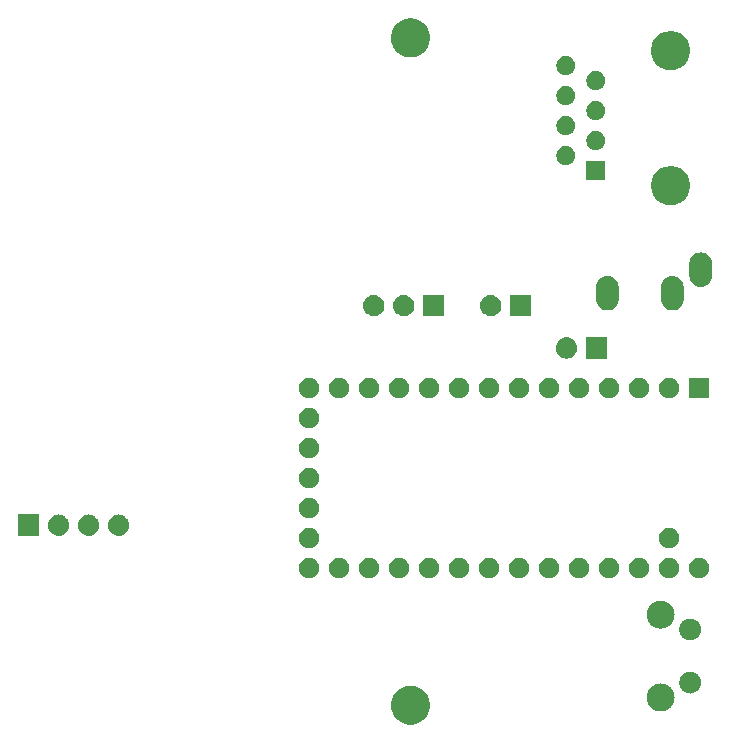
<source format=gbs>
G04 #@! TF.GenerationSoftware,KiCad,Pcbnew,5.0.2+dfsg1-1*
G04 #@! TF.CreationDate,2019-05-10T18:20:53+02:00*
G04 #@! TF.ProjectId,bt-trx-dev-board,62742d74-7278-42d6-9465-762d626f6172,2.0*
G04 #@! TF.SameCoordinates,Original*
G04 #@! TF.FileFunction,Soldermask,Bot*
G04 #@! TF.FilePolarity,Negative*
%FSLAX46Y46*%
G04 Gerber Fmt 4.6, Leading zero omitted, Abs format (unit mm)*
G04 Created by KiCad (PCBNEW 5.0.2+dfsg1-1) date Fri 10 May 2019 06:20:53 PM CEST*
%MOMM*%
%LPD*%
G01*
G04 APERTURE LIST*
%ADD10C,0.100000*%
G04 APERTURE END LIST*
D10*
G04 #@! TO.C,SW1*
X179572000Y-126094000D02*
G75*
G03X179572000Y-126094000I-1143000J0D01*
G01*
X181818000Y-120344000D02*
G75*
G03X181818000Y-120344000I-889000J0D01*
G01*
X181818000Y-124844000D02*
G75*
G03X181818000Y-124844000I-889000J0D01*
G01*
X179572000Y-119094000D02*
G75*
G03X179572000Y-119094000I-1143000J0D01*
G01*
G36*
X157625256Y-125141298D02*
X157731579Y-125162447D01*
X157822143Y-125199960D01*
X157993128Y-125270784D01*
X158032042Y-125286903D01*
X158141858Y-125360280D01*
X158302454Y-125467587D01*
X158532413Y-125697546D01*
X158713098Y-125967960D01*
X158749550Y-126055963D01*
X158812263Y-126207365D01*
X158837553Y-126268422D01*
X158901000Y-126587389D01*
X158901000Y-126912611D01*
X158885996Y-126988040D01*
X158837553Y-127231579D01*
X158749550Y-127444037D01*
X158713098Y-127532040D01*
X158532413Y-127802454D01*
X158302454Y-128032413D01*
X158302451Y-128032415D01*
X158032042Y-128213097D01*
X157731579Y-128337553D01*
X157625256Y-128358702D01*
X157412611Y-128401000D01*
X157087389Y-128401000D01*
X156874744Y-128358702D01*
X156768421Y-128337553D01*
X156467958Y-128213097D01*
X156197549Y-128032415D01*
X156197546Y-128032413D01*
X155967587Y-127802454D01*
X155786902Y-127532040D01*
X155750450Y-127444037D01*
X155662447Y-127231579D01*
X155614004Y-126988040D01*
X155599000Y-126912611D01*
X155599000Y-126587389D01*
X155662447Y-126268422D01*
X155687738Y-126207365D01*
X155750450Y-126055963D01*
X155786902Y-125967960D01*
X155967587Y-125697546D01*
X156197546Y-125467587D01*
X156358142Y-125360280D01*
X156467958Y-125286903D01*
X156506873Y-125270784D01*
X156677857Y-125199960D01*
X156768421Y-125162447D01*
X156874744Y-125141298D01*
X157087389Y-125099000D01*
X157412611Y-125099000D01*
X157625256Y-125141298D01*
X157625256Y-125141298D01*
G37*
G36*
X178764734Y-124987232D02*
X178974202Y-125073996D01*
X179162723Y-125199962D01*
X179323038Y-125360277D01*
X179449004Y-125548798D01*
X179535768Y-125758266D01*
X179580000Y-125980635D01*
X179580000Y-126207365D01*
X179535768Y-126429734D01*
X179449004Y-126639202D01*
X179323038Y-126827723D01*
X179162723Y-126988038D01*
X178974202Y-127114004D01*
X178764734Y-127200768D01*
X178542365Y-127245000D01*
X178315635Y-127245000D01*
X178093266Y-127200768D01*
X177883798Y-127114004D01*
X177695277Y-126988038D01*
X177534962Y-126827723D01*
X177408996Y-126639202D01*
X177322232Y-126429734D01*
X177278000Y-126207365D01*
X177278000Y-125980635D01*
X177322232Y-125758266D01*
X177408996Y-125548798D01*
X177534962Y-125360277D01*
X177695277Y-125199962D01*
X177883798Y-125073996D01*
X178093266Y-124987232D01*
X178315635Y-124943000D01*
X178542365Y-124943000D01*
X178764734Y-124987232D01*
X178764734Y-124987232D01*
G37*
G36*
X181191812Y-123977624D02*
X181355784Y-124045544D01*
X181503354Y-124144147D01*
X181628853Y-124269646D01*
X181727456Y-124417216D01*
X181795376Y-124581188D01*
X181830000Y-124755259D01*
X181830000Y-124932741D01*
X181795376Y-125106812D01*
X181727456Y-125270784D01*
X181628853Y-125418354D01*
X181503354Y-125543853D01*
X181355784Y-125642456D01*
X181191812Y-125710376D01*
X181017741Y-125745000D01*
X180840259Y-125745000D01*
X180666188Y-125710376D01*
X180502216Y-125642456D01*
X180354646Y-125543853D01*
X180229147Y-125418354D01*
X180130544Y-125270784D01*
X180062624Y-125106812D01*
X180028000Y-124932741D01*
X180028000Y-124755259D01*
X180062624Y-124581188D01*
X180130544Y-124417216D01*
X180229147Y-124269646D01*
X180354646Y-124144147D01*
X180502216Y-124045544D01*
X180666188Y-123977624D01*
X180840259Y-123943000D01*
X181017741Y-123943000D01*
X181191812Y-123977624D01*
X181191812Y-123977624D01*
G37*
G36*
X181191812Y-119477624D02*
X181355784Y-119545544D01*
X181503354Y-119644147D01*
X181628853Y-119769646D01*
X181727456Y-119917216D01*
X181795376Y-120081188D01*
X181830000Y-120255259D01*
X181830000Y-120432741D01*
X181795376Y-120606812D01*
X181727456Y-120770784D01*
X181628853Y-120918354D01*
X181503354Y-121043853D01*
X181355784Y-121142456D01*
X181191812Y-121210376D01*
X181017741Y-121245000D01*
X180840259Y-121245000D01*
X180666188Y-121210376D01*
X180502216Y-121142456D01*
X180354646Y-121043853D01*
X180229147Y-120918354D01*
X180130544Y-120770784D01*
X180062624Y-120606812D01*
X180028000Y-120432741D01*
X180028000Y-120255259D01*
X180062624Y-120081188D01*
X180130544Y-119917216D01*
X180229147Y-119769646D01*
X180354646Y-119644147D01*
X180502216Y-119545544D01*
X180666188Y-119477624D01*
X180840259Y-119443000D01*
X181017741Y-119443000D01*
X181191812Y-119477624D01*
X181191812Y-119477624D01*
G37*
G36*
X178764734Y-117987232D02*
X178974202Y-118073996D01*
X179162723Y-118199962D01*
X179323038Y-118360277D01*
X179449004Y-118548798D01*
X179535768Y-118758266D01*
X179580000Y-118980635D01*
X179580000Y-119207365D01*
X179535768Y-119429734D01*
X179449004Y-119639202D01*
X179323038Y-119827723D01*
X179162723Y-119988038D01*
X178974202Y-120114004D01*
X178764734Y-120200768D01*
X178542365Y-120245000D01*
X178315635Y-120245000D01*
X178093266Y-120200768D01*
X177883798Y-120114004D01*
X177695277Y-119988038D01*
X177534962Y-119827723D01*
X177408996Y-119639202D01*
X177322232Y-119429734D01*
X177278000Y-119207365D01*
X177278000Y-118980635D01*
X177322232Y-118758266D01*
X177408996Y-118548798D01*
X177534962Y-118360277D01*
X177695277Y-118199962D01*
X177883798Y-118073996D01*
X178093266Y-117987232D01*
X178315635Y-117943000D01*
X178542365Y-117943000D01*
X178764734Y-117987232D01*
X178764734Y-117987232D01*
G37*
G36*
X179399228Y-114318703D02*
X179554100Y-114382853D01*
X179693481Y-114475985D01*
X179812015Y-114594519D01*
X179905147Y-114733900D01*
X179969297Y-114888772D01*
X180002000Y-115053184D01*
X180002000Y-115220816D01*
X179969297Y-115385228D01*
X179905147Y-115540100D01*
X179812015Y-115679481D01*
X179693481Y-115798015D01*
X179554100Y-115891147D01*
X179399228Y-115955297D01*
X179234816Y-115988000D01*
X179067184Y-115988000D01*
X178902772Y-115955297D01*
X178747900Y-115891147D01*
X178608519Y-115798015D01*
X178489985Y-115679481D01*
X178396853Y-115540100D01*
X178332703Y-115385228D01*
X178300000Y-115220816D01*
X178300000Y-115053184D01*
X178332703Y-114888772D01*
X178396853Y-114733900D01*
X178489985Y-114594519D01*
X178608519Y-114475985D01*
X178747900Y-114382853D01*
X178902772Y-114318703D01*
X179067184Y-114286000D01*
X179234816Y-114286000D01*
X179399228Y-114318703D01*
X179399228Y-114318703D01*
G37*
G36*
X181939228Y-114318703D02*
X182094100Y-114382853D01*
X182233481Y-114475985D01*
X182352015Y-114594519D01*
X182445147Y-114733900D01*
X182509297Y-114888772D01*
X182542000Y-115053184D01*
X182542000Y-115220816D01*
X182509297Y-115385228D01*
X182445147Y-115540100D01*
X182352015Y-115679481D01*
X182233481Y-115798015D01*
X182094100Y-115891147D01*
X181939228Y-115955297D01*
X181774816Y-115988000D01*
X181607184Y-115988000D01*
X181442772Y-115955297D01*
X181287900Y-115891147D01*
X181148519Y-115798015D01*
X181029985Y-115679481D01*
X180936853Y-115540100D01*
X180872703Y-115385228D01*
X180840000Y-115220816D01*
X180840000Y-115053184D01*
X180872703Y-114888772D01*
X180936853Y-114733900D01*
X181029985Y-114594519D01*
X181148519Y-114475985D01*
X181287900Y-114382853D01*
X181442772Y-114318703D01*
X181607184Y-114286000D01*
X181774816Y-114286000D01*
X181939228Y-114318703D01*
X181939228Y-114318703D01*
G37*
G36*
X174319228Y-114318703D02*
X174474100Y-114382853D01*
X174613481Y-114475985D01*
X174732015Y-114594519D01*
X174825147Y-114733900D01*
X174889297Y-114888772D01*
X174922000Y-115053184D01*
X174922000Y-115220816D01*
X174889297Y-115385228D01*
X174825147Y-115540100D01*
X174732015Y-115679481D01*
X174613481Y-115798015D01*
X174474100Y-115891147D01*
X174319228Y-115955297D01*
X174154816Y-115988000D01*
X173987184Y-115988000D01*
X173822772Y-115955297D01*
X173667900Y-115891147D01*
X173528519Y-115798015D01*
X173409985Y-115679481D01*
X173316853Y-115540100D01*
X173252703Y-115385228D01*
X173220000Y-115220816D01*
X173220000Y-115053184D01*
X173252703Y-114888772D01*
X173316853Y-114733900D01*
X173409985Y-114594519D01*
X173528519Y-114475985D01*
X173667900Y-114382853D01*
X173822772Y-114318703D01*
X173987184Y-114286000D01*
X174154816Y-114286000D01*
X174319228Y-114318703D01*
X174319228Y-114318703D01*
G37*
G36*
X171779228Y-114318703D02*
X171934100Y-114382853D01*
X172073481Y-114475985D01*
X172192015Y-114594519D01*
X172285147Y-114733900D01*
X172349297Y-114888772D01*
X172382000Y-115053184D01*
X172382000Y-115220816D01*
X172349297Y-115385228D01*
X172285147Y-115540100D01*
X172192015Y-115679481D01*
X172073481Y-115798015D01*
X171934100Y-115891147D01*
X171779228Y-115955297D01*
X171614816Y-115988000D01*
X171447184Y-115988000D01*
X171282772Y-115955297D01*
X171127900Y-115891147D01*
X170988519Y-115798015D01*
X170869985Y-115679481D01*
X170776853Y-115540100D01*
X170712703Y-115385228D01*
X170680000Y-115220816D01*
X170680000Y-115053184D01*
X170712703Y-114888772D01*
X170776853Y-114733900D01*
X170869985Y-114594519D01*
X170988519Y-114475985D01*
X171127900Y-114382853D01*
X171282772Y-114318703D01*
X171447184Y-114286000D01*
X171614816Y-114286000D01*
X171779228Y-114318703D01*
X171779228Y-114318703D01*
G37*
G36*
X169239228Y-114318703D02*
X169394100Y-114382853D01*
X169533481Y-114475985D01*
X169652015Y-114594519D01*
X169745147Y-114733900D01*
X169809297Y-114888772D01*
X169842000Y-115053184D01*
X169842000Y-115220816D01*
X169809297Y-115385228D01*
X169745147Y-115540100D01*
X169652015Y-115679481D01*
X169533481Y-115798015D01*
X169394100Y-115891147D01*
X169239228Y-115955297D01*
X169074816Y-115988000D01*
X168907184Y-115988000D01*
X168742772Y-115955297D01*
X168587900Y-115891147D01*
X168448519Y-115798015D01*
X168329985Y-115679481D01*
X168236853Y-115540100D01*
X168172703Y-115385228D01*
X168140000Y-115220816D01*
X168140000Y-115053184D01*
X168172703Y-114888772D01*
X168236853Y-114733900D01*
X168329985Y-114594519D01*
X168448519Y-114475985D01*
X168587900Y-114382853D01*
X168742772Y-114318703D01*
X168907184Y-114286000D01*
X169074816Y-114286000D01*
X169239228Y-114318703D01*
X169239228Y-114318703D01*
G37*
G36*
X166699228Y-114318703D02*
X166854100Y-114382853D01*
X166993481Y-114475985D01*
X167112015Y-114594519D01*
X167205147Y-114733900D01*
X167269297Y-114888772D01*
X167302000Y-115053184D01*
X167302000Y-115220816D01*
X167269297Y-115385228D01*
X167205147Y-115540100D01*
X167112015Y-115679481D01*
X166993481Y-115798015D01*
X166854100Y-115891147D01*
X166699228Y-115955297D01*
X166534816Y-115988000D01*
X166367184Y-115988000D01*
X166202772Y-115955297D01*
X166047900Y-115891147D01*
X165908519Y-115798015D01*
X165789985Y-115679481D01*
X165696853Y-115540100D01*
X165632703Y-115385228D01*
X165600000Y-115220816D01*
X165600000Y-115053184D01*
X165632703Y-114888772D01*
X165696853Y-114733900D01*
X165789985Y-114594519D01*
X165908519Y-114475985D01*
X166047900Y-114382853D01*
X166202772Y-114318703D01*
X166367184Y-114286000D01*
X166534816Y-114286000D01*
X166699228Y-114318703D01*
X166699228Y-114318703D01*
G37*
G36*
X164159228Y-114318703D02*
X164314100Y-114382853D01*
X164453481Y-114475985D01*
X164572015Y-114594519D01*
X164665147Y-114733900D01*
X164729297Y-114888772D01*
X164762000Y-115053184D01*
X164762000Y-115220816D01*
X164729297Y-115385228D01*
X164665147Y-115540100D01*
X164572015Y-115679481D01*
X164453481Y-115798015D01*
X164314100Y-115891147D01*
X164159228Y-115955297D01*
X163994816Y-115988000D01*
X163827184Y-115988000D01*
X163662772Y-115955297D01*
X163507900Y-115891147D01*
X163368519Y-115798015D01*
X163249985Y-115679481D01*
X163156853Y-115540100D01*
X163092703Y-115385228D01*
X163060000Y-115220816D01*
X163060000Y-115053184D01*
X163092703Y-114888772D01*
X163156853Y-114733900D01*
X163249985Y-114594519D01*
X163368519Y-114475985D01*
X163507900Y-114382853D01*
X163662772Y-114318703D01*
X163827184Y-114286000D01*
X163994816Y-114286000D01*
X164159228Y-114318703D01*
X164159228Y-114318703D01*
G37*
G36*
X159079228Y-114318703D02*
X159234100Y-114382853D01*
X159373481Y-114475985D01*
X159492015Y-114594519D01*
X159585147Y-114733900D01*
X159649297Y-114888772D01*
X159682000Y-115053184D01*
X159682000Y-115220816D01*
X159649297Y-115385228D01*
X159585147Y-115540100D01*
X159492015Y-115679481D01*
X159373481Y-115798015D01*
X159234100Y-115891147D01*
X159079228Y-115955297D01*
X158914816Y-115988000D01*
X158747184Y-115988000D01*
X158582772Y-115955297D01*
X158427900Y-115891147D01*
X158288519Y-115798015D01*
X158169985Y-115679481D01*
X158076853Y-115540100D01*
X158012703Y-115385228D01*
X157980000Y-115220816D01*
X157980000Y-115053184D01*
X158012703Y-114888772D01*
X158076853Y-114733900D01*
X158169985Y-114594519D01*
X158288519Y-114475985D01*
X158427900Y-114382853D01*
X158582772Y-114318703D01*
X158747184Y-114286000D01*
X158914816Y-114286000D01*
X159079228Y-114318703D01*
X159079228Y-114318703D01*
G37*
G36*
X153999228Y-114318703D02*
X154154100Y-114382853D01*
X154293481Y-114475985D01*
X154412015Y-114594519D01*
X154505147Y-114733900D01*
X154569297Y-114888772D01*
X154602000Y-115053184D01*
X154602000Y-115220816D01*
X154569297Y-115385228D01*
X154505147Y-115540100D01*
X154412015Y-115679481D01*
X154293481Y-115798015D01*
X154154100Y-115891147D01*
X153999228Y-115955297D01*
X153834816Y-115988000D01*
X153667184Y-115988000D01*
X153502772Y-115955297D01*
X153347900Y-115891147D01*
X153208519Y-115798015D01*
X153089985Y-115679481D01*
X152996853Y-115540100D01*
X152932703Y-115385228D01*
X152900000Y-115220816D01*
X152900000Y-115053184D01*
X152932703Y-114888772D01*
X152996853Y-114733900D01*
X153089985Y-114594519D01*
X153208519Y-114475985D01*
X153347900Y-114382853D01*
X153502772Y-114318703D01*
X153667184Y-114286000D01*
X153834816Y-114286000D01*
X153999228Y-114318703D01*
X153999228Y-114318703D01*
G37*
G36*
X151459228Y-114318703D02*
X151614100Y-114382853D01*
X151753481Y-114475985D01*
X151872015Y-114594519D01*
X151965147Y-114733900D01*
X152029297Y-114888772D01*
X152062000Y-115053184D01*
X152062000Y-115220816D01*
X152029297Y-115385228D01*
X151965147Y-115540100D01*
X151872015Y-115679481D01*
X151753481Y-115798015D01*
X151614100Y-115891147D01*
X151459228Y-115955297D01*
X151294816Y-115988000D01*
X151127184Y-115988000D01*
X150962772Y-115955297D01*
X150807900Y-115891147D01*
X150668519Y-115798015D01*
X150549985Y-115679481D01*
X150456853Y-115540100D01*
X150392703Y-115385228D01*
X150360000Y-115220816D01*
X150360000Y-115053184D01*
X150392703Y-114888772D01*
X150456853Y-114733900D01*
X150549985Y-114594519D01*
X150668519Y-114475985D01*
X150807900Y-114382853D01*
X150962772Y-114318703D01*
X151127184Y-114286000D01*
X151294816Y-114286000D01*
X151459228Y-114318703D01*
X151459228Y-114318703D01*
G37*
G36*
X148919228Y-114318703D02*
X149074100Y-114382853D01*
X149213481Y-114475985D01*
X149332015Y-114594519D01*
X149425147Y-114733900D01*
X149489297Y-114888772D01*
X149522000Y-115053184D01*
X149522000Y-115220816D01*
X149489297Y-115385228D01*
X149425147Y-115540100D01*
X149332015Y-115679481D01*
X149213481Y-115798015D01*
X149074100Y-115891147D01*
X148919228Y-115955297D01*
X148754816Y-115988000D01*
X148587184Y-115988000D01*
X148422772Y-115955297D01*
X148267900Y-115891147D01*
X148128519Y-115798015D01*
X148009985Y-115679481D01*
X147916853Y-115540100D01*
X147852703Y-115385228D01*
X147820000Y-115220816D01*
X147820000Y-115053184D01*
X147852703Y-114888772D01*
X147916853Y-114733900D01*
X148009985Y-114594519D01*
X148128519Y-114475985D01*
X148267900Y-114382853D01*
X148422772Y-114318703D01*
X148587184Y-114286000D01*
X148754816Y-114286000D01*
X148919228Y-114318703D01*
X148919228Y-114318703D01*
G37*
G36*
X176859228Y-114318703D02*
X177014100Y-114382853D01*
X177153481Y-114475985D01*
X177272015Y-114594519D01*
X177365147Y-114733900D01*
X177429297Y-114888772D01*
X177462000Y-115053184D01*
X177462000Y-115220816D01*
X177429297Y-115385228D01*
X177365147Y-115540100D01*
X177272015Y-115679481D01*
X177153481Y-115798015D01*
X177014100Y-115891147D01*
X176859228Y-115955297D01*
X176694816Y-115988000D01*
X176527184Y-115988000D01*
X176362772Y-115955297D01*
X176207900Y-115891147D01*
X176068519Y-115798015D01*
X175949985Y-115679481D01*
X175856853Y-115540100D01*
X175792703Y-115385228D01*
X175760000Y-115220816D01*
X175760000Y-115053184D01*
X175792703Y-114888772D01*
X175856853Y-114733900D01*
X175949985Y-114594519D01*
X176068519Y-114475985D01*
X176207900Y-114382853D01*
X176362772Y-114318703D01*
X176527184Y-114286000D01*
X176694816Y-114286000D01*
X176859228Y-114318703D01*
X176859228Y-114318703D01*
G37*
G36*
X156539228Y-114318703D02*
X156694100Y-114382853D01*
X156833481Y-114475985D01*
X156952015Y-114594519D01*
X157045147Y-114733900D01*
X157109297Y-114888772D01*
X157142000Y-115053184D01*
X157142000Y-115220816D01*
X157109297Y-115385228D01*
X157045147Y-115540100D01*
X156952015Y-115679481D01*
X156833481Y-115798015D01*
X156694100Y-115891147D01*
X156539228Y-115955297D01*
X156374816Y-115988000D01*
X156207184Y-115988000D01*
X156042772Y-115955297D01*
X155887900Y-115891147D01*
X155748519Y-115798015D01*
X155629985Y-115679481D01*
X155536853Y-115540100D01*
X155472703Y-115385228D01*
X155440000Y-115220816D01*
X155440000Y-115053184D01*
X155472703Y-114888772D01*
X155536853Y-114733900D01*
X155629985Y-114594519D01*
X155748519Y-114475985D01*
X155887900Y-114382853D01*
X156042772Y-114318703D01*
X156207184Y-114286000D01*
X156374816Y-114286000D01*
X156539228Y-114318703D01*
X156539228Y-114318703D01*
G37*
G36*
X161619228Y-114318703D02*
X161774100Y-114382853D01*
X161913481Y-114475985D01*
X162032015Y-114594519D01*
X162125147Y-114733900D01*
X162189297Y-114888772D01*
X162222000Y-115053184D01*
X162222000Y-115220816D01*
X162189297Y-115385228D01*
X162125147Y-115540100D01*
X162032015Y-115679481D01*
X161913481Y-115798015D01*
X161774100Y-115891147D01*
X161619228Y-115955297D01*
X161454816Y-115988000D01*
X161287184Y-115988000D01*
X161122772Y-115955297D01*
X160967900Y-115891147D01*
X160828519Y-115798015D01*
X160709985Y-115679481D01*
X160616853Y-115540100D01*
X160552703Y-115385228D01*
X160520000Y-115220816D01*
X160520000Y-115053184D01*
X160552703Y-114888772D01*
X160616853Y-114733900D01*
X160709985Y-114594519D01*
X160828519Y-114475985D01*
X160967900Y-114382853D01*
X161122772Y-114318703D01*
X161287184Y-114286000D01*
X161454816Y-114286000D01*
X161619228Y-114318703D01*
X161619228Y-114318703D01*
G37*
G36*
X148919228Y-111778703D02*
X149074100Y-111842853D01*
X149213481Y-111935985D01*
X149332015Y-112054519D01*
X149425147Y-112193900D01*
X149489297Y-112348772D01*
X149522000Y-112513184D01*
X149522000Y-112680816D01*
X149489297Y-112845228D01*
X149425147Y-113000100D01*
X149332015Y-113139481D01*
X149213481Y-113258015D01*
X149074100Y-113351147D01*
X148919228Y-113415297D01*
X148754816Y-113448000D01*
X148587184Y-113448000D01*
X148422772Y-113415297D01*
X148267900Y-113351147D01*
X148128519Y-113258015D01*
X148009985Y-113139481D01*
X147916853Y-113000100D01*
X147852703Y-112845228D01*
X147820000Y-112680816D01*
X147820000Y-112513184D01*
X147852703Y-112348772D01*
X147916853Y-112193900D01*
X148009985Y-112054519D01*
X148128519Y-111935985D01*
X148267900Y-111842853D01*
X148422772Y-111778703D01*
X148587184Y-111746000D01*
X148754816Y-111746000D01*
X148919228Y-111778703D01*
X148919228Y-111778703D01*
G37*
G36*
X179399228Y-111778703D02*
X179554100Y-111842853D01*
X179693481Y-111935985D01*
X179812015Y-112054519D01*
X179905147Y-112193900D01*
X179969297Y-112348772D01*
X180002000Y-112513184D01*
X180002000Y-112680816D01*
X179969297Y-112845228D01*
X179905147Y-113000100D01*
X179812015Y-113139481D01*
X179693481Y-113258015D01*
X179554100Y-113351147D01*
X179399228Y-113415297D01*
X179234816Y-113448000D01*
X179067184Y-113448000D01*
X178902772Y-113415297D01*
X178747900Y-113351147D01*
X178608519Y-113258015D01*
X178489985Y-113139481D01*
X178396853Y-113000100D01*
X178332703Y-112845228D01*
X178300000Y-112680816D01*
X178300000Y-112513184D01*
X178332703Y-112348772D01*
X178396853Y-112193900D01*
X178489985Y-112054519D01*
X178608519Y-111935985D01*
X178747900Y-111842853D01*
X178902772Y-111778703D01*
X179067184Y-111746000D01*
X179234816Y-111746000D01*
X179399228Y-111778703D01*
X179399228Y-111778703D01*
G37*
G36*
X130110443Y-110605519D02*
X130176627Y-110612037D01*
X130289853Y-110646384D01*
X130346467Y-110663557D01*
X130448347Y-110718014D01*
X130502991Y-110747222D01*
X130538729Y-110776552D01*
X130640186Y-110859814D01*
X130723448Y-110961271D01*
X130752778Y-110997009D01*
X130752779Y-110997011D01*
X130836443Y-111153533D01*
X130836443Y-111153534D01*
X130887963Y-111323373D01*
X130905359Y-111500000D01*
X130887963Y-111676627D01*
X130866919Y-111746000D01*
X130836443Y-111846467D01*
X130788594Y-111935985D01*
X130752778Y-112002991D01*
X130723448Y-112038729D01*
X130640186Y-112140186D01*
X130574734Y-112193900D01*
X130502991Y-112252778D01*
X130502989Y-112252779D01*
X130346467Y-112336443D01*
X130305823Y-112348772D01*
X130176627Y-112387963D01*
X130110443Y-112394481D01*
X130044260Y-112401000D01*
X129955740Y-112401000D01*
X129889557Y-112394481D01*
X129823373Y-112387963D01*
X129694177Y-112348772D01*
X129653533Y-112336443D01*
X129497011Y-112252779D01*
X129497009Y-112252778D01*
X129425266Y-112193900D01*
X129359814Y-112140186D01*
X129276552Y-112038729D01*
X129247222Y-112002991D01*
X129211406Y-111935985D01*
X129163557Y-111846467D01*
X129133081Y-111746000D01*
X129112037Y-111676627D01*
X129094641Y-111500000D01*
X129112037Y-111323373D01*
X129163557Y-111153534D01*
X129163557Y-111153533D01*
X129247221Y-110997011D01*
X129247222Y-110997009D01*
X129276552Y-110961271D01*
X129359814Y-110859814D01*
X129461271Y-110776552D01*
X129497009Y-110747222D01*
X129551653Y-110718014D01*
X129653533Y-110663557D01*
X129710147Y-110646384D01*
X129823373Y-110612037D01*
X129889557Y-110605519D01*
X129955740Y-110599000D01*
X130044260Y-110599000D01*
X130110443Y-110605519D01*
X130110443Y-110605519D01*
G37*
G36*
X127570443Y-110605519D02*
X127636627Y-110612037D01*
X127749853Y-110646384D01*
X127806467Y-110663557D01*
X127908347Y-110718014D01*
X127962991Y-110747222D01*
X127998729Y-110776552D01*
X128100186Y-110859814D01*
X128183448Y-110961271D01*
X128212778Y-110997009D01*
X128212779Y-110997011D01*
X128296443Y-111153533D01*
X128296443Y-111153534D01*
X128347963Y-111323373D01*
X128365359Y-111500000D01*
X128347963Y-111676627D01*
X128326919Y-111746000D01*
X128296443Y-111846467D01*
X128248594Y-111935985D01*
X128212778Y-112002991D01*
X128183448Y-112038729D01*
X128100186Y-112140186D01*
X128034734Y-112193900D01*
X127962991Y-112252778D01*
X127962989Y-112252779D01*
X127806467Y-112336443D01*
X127765823Y-112348772D01*
X127636627Y-112387963D01*
X127570443Y-112394481D01*
X127504260Y-112401000D01*
X127415740Y-112401000D01*
X127349557Y-112394481D01*
X127283373Y-112387963D01*
X127154177Y-112348772D01*
X127113533Y-112336443D01*
X126957011Y-112252779D01*
X126957009Y-112252778D01*
X126885266Y-112193900D01*
X126819814Y-112140186D01*
X126736552Y-112038729D01*
X126707222Y-112002991D01*
X126671406Y-111935985D01*
X126623557Y-111846467D01*
X126593081Y-111746000D01*
X126572037Y-111676627D01*
X126554641Y-111500000D01*
X126572037Y-111323373D01*
X126623557Y-111153534D01*
X126623557Y-111153533D01*
X126707221Y-110997011D01*
X126707222Y-110997009D01*
X126736552Y-110961271D01*
X126819814Y-110859814D01*
X126921271Y-110776552D01*
X126957009Y-110747222D01*
X127011653Y-110718014D01*
X127113533Y-110663557D01*
X127170147Y-110646384D01*
X127283373Y-110612037D01*
X127349557Y-110605519D01*
X127415740Y-110599000D01*
X127504260Y-110599000D01*
X127570443Y-110605519D01*
X127570443Y-110605519D01*
G37*
G36*
X132650443Y-110605519D02*
X132716627Y-110612037D01*
X132829853Y-110646384D01*
X132886467Y-110663557D01*
X132988347Y-110718014D01*
X133042991Y-110747222D01*
X133078729Y-110776552D01*
X133180186Y-110859814D01*
X133263448Y-110961271D01*
X133292778Y-110997009D01*
X133292779Y-110997011D01*
X133376443Y-111153533D01*
X133376443Y-111153534D01*
X133427963Y-111323373D01*
X133445359Y-111500000D01*
X133427963Y-111676627D01*
X133406919Y-111746000D01*
X133376443Y-111846467D01*
X133328594Y-111935985D01*
X133292778Y-112002991D01*
X133263448Y-112038729D01*
X133180186Y-112140186D01*
X133114734Y-112193900D01*
X133042991Y-112252778D01*
X133042989Y-112252779D01*
X132886467Y-112336443D01*
X132845823Y-112348772D01*
X132716627Y-112387963D01*
X132650443Y-112394481D01*
X132584260Y-112401000D01*
X132495740Y-112401000D01*
X132429557Y-112394481D01*
X132363373Y-112387963D01*
X132234177Y-112348772D01*
X132193533Y-112336443D01*
X132037011Y-112252779D01*
X132037009Y-112252778D01*
X131965266Y-112193900D01*
X131899814Y-112140186D01*
X131816552Y-112038729D01*
X131787222Y-112002991D01*
X131751406Y-111935985D01*
X131703557Y-111846467D01*
X131673081Y-111746000D01*
X131652037Y-111676627D01*
X131634641Y-111500000D01*
X131652037Y-111323373D01*
X131703557Y-111153534D01*
X131703557Y-111153533D01*
X131787221Y-110997011D01*
X131787222Y-110997009D01*
X131816552Y-110961271D01*
X131899814Y-110859814D01*
X132001271Y-110776552D01*
X132037009Y-110747222D01*
X132091653Y-110718014D01*
X132193533Y-110663557D01*
X132250147Y-110646384D01*
X132363373Y-110612037D01*
X132429557Y-110605519D01*
X132495740Y-110599000D01*
X132584260Y-110599000D01*
X132650443Y-110605519D01*
X132650443Y-110605519D01*
G37*
G36*
X125821000Y-112401000D02*
X124019000Y-112401000D01*
X124019000Y-110599000D01*
X125821000Y-110599000D01*
X125821000Y-112401000D01*
X125821000Y-112401000D01*
G37*
G36*
X148919228Y-109238703D02*
X149074100Y-109302853D01*
X149213481Y-109395985D01*
X149332015Y-109514519D01*
X149425147Y-109653900D01*
X149489297Y-109808772D01*
X149522000Y-109973184D01*
X149522000Y-110140816D01*
X149489297Y-110305228D01*
X149425147Y-110460100D01*
X149332015Y-110599481D01*
X149213481Y-110718015D01*
X149074100Y-110811147D01*
X148919228Y-110875297D01*
X148754816Y-110908000D01*
X148587184Y-110908000D01*
X148422772Y-110875297D01*
X148267900Y-110811147D01*
X148128519Y-110718015D01*
X148009985Y-110599481D01*
X147916853Y-110460100D01*
X147852703Y-110305228D01*
X147820000Y-110140816D01*
X147820000Y-109973184D01*
X147852703Y-109808772D01*
X147916853Y-109653900D01*
X148009985Y-109514519D01*
X148128519Y-109395985D01*
X148267900Y-109302853D01*
X148422772Y-109238703D01*
X148587184Y-109206000D01*
X148754816Y-109206000D01*
X148919228Y-109238703D01*
X148919228Y-109238703D01*
G37*
G36*
X148919228Y-106698703D02*
X149074100Y-106762853D01*
X149213481Y-106855985D01*
X149332015Y-106974519D01*
X149425147Y-107113900D01*
X149489297Y-107268772D01*
X149522000Y-107433184D01*
X149522000Y-107600816D01*
X149489297Y-107765228D01*
X149425147Y-107920100D01*
X149332015Y-108059481D01*
X149213481Y-108178015D01*
X149074100Y-108271147D01*
X148919228Y-108335297D01*
X148754816Y-108368000D01*
X148587184Y-108368000D01*
X148422772Y-108335297D01*
X148267900Y-108271147D01*
X148128519Y-108178015D01*
X148009985Y-108059481D01*
X147916853Y-107920100D01*
X147852703Y-107765228D01*
X147820000Y-107600816D01*
X147820000Y-107433184D01*
X147852703Y-107268772D01*
X147916853Y-107113900D01*
X148009985Y-106974519D01*
X148128519Y-106855985D01*
X148267900Y-106762853D01*
X148422772Y-106698703D01*
X148587184Y-106666000D01*
X148754816Y-106666000D01*
X148919228Y-106698703D01*
X148919228Y-106698703D01*
G37*
G36*
X148919228Y-104158703D02*
X149074100Y-104222853D01*
X149213481Y-104315985D01*
X149332015Y-104434519D01*
X149425147Y-104573900D01*
X149489297Y-104728772D01*
X149522000Y-104893184D01*
X149522000Y-105060816D01*
X149489297Y-105225228D01*
X149425147Y-105380100D01*
X149332015Y-105519481D01*
X149213481Y-105638015D01*
X149074100Y-105731147D01*
X148919228Y-105795297D01*
X148754816Y-105828000D01*
X148587184Y-105828000D01*
X148422772Y-105795297D01*
X148267900Y-105731147D01*
X148128519Y-105638015D01*
X148009985Y-105519481D01*
X147916853Y-105380100D01*
X147852703Y-105225228D01*
X147820000Y-105060816D01*
X147820000Y-104893184D01*
X147852703Y-104728772D01*
X147916853Y-104573900D01*
X148009985Y-104434519D01*
X148128519Y-104315985D01*
X148267900Y-104222853D01*
X148422772Y-104158703D01*
X148587184Y-104126000D01*
X148754816Y-104126000D01*
X148919228Y-104158703D01*
X148919228Y-104158703D01*
G37*
G36*
X148919228Y-101618703D02*
X149074100Y-101682853D01*
X149213481Y-101775985D01*
X149332015Y-101894519D01*
X149425147Y-102033900D01*
X149489297Y-102188772D01*
X149522000Y-102353184D01*
X149522000Y-102520816D01*
X149489297Y-102685228D01*
X149425147Y-102840100D01*
X149332015Y-102979481D01*
X149213481Y-103098015D01*
X149074100Y-103191147D01*
X148919228Y-103255297D01*
X148754816Y-103288000D01*
X148587184Y-103288000D01*
X148422772Y-103255297D01*
X148267900Y-103191147D01*
X148128519Y-103098015D01*
X148009985Y-102979481D01*
X147916853Y-102840100D01*
X147852703Y-102685228D01*
X147820000Y-102520816D01*
X147820000Y-102353184D01*
X147852703Y-102188772D01*
X147916853Y-102033900D01*
X148009985Y-101894519D01*
X148128519Y-101775985D01*
X148267900Y-101682853D01*
X148422772Y-101618703D01*
X148587184Y-101586000D01*
X148754816Y-101586000D01*
X148919228Y-101618703D01*
X148919228Y-101618703D01*
G37*
G36*
X153999228Y-99078703D02*
X154154100Y-99142853D01*
X154293481Y-99235985D01*
X154412015Y-99354519D01*
X154505147Y-99493900D01*
X154569297Y-99648772D01*
X154602000Y-99813184D01*
X154602000Y-99980816D01*
X154569297Y-100145228D01*
X154505147Y-100300100D01*
X154412015Y-100439481D01*
X154293481Y-100558015D01*
X154154100Y-100651147D01*
X153999228Y-100715297D01*
X153834816Y-100748000D01*
X153667184Y-100748000D01*
X153502772Y-100715297D01*
X153347900Y-100651147D01*
X153208519Y-100558015D01*
X153089985Y-100439481D01*
X152996853Y-100300100D01*
X152932703Y-100145228D01*
X152900000Y-99980816D01*
X152900000Y-99813184D01*
X152932703Y-99648772D01*
X152996853Y-99493900D01*
X153089985Y-99354519D01*
X153208519Y-99235985D01*
X153347900Y-99142853D01*
X153502772Y-99078703D01*
X153667184Y-99046000D01*
X153834816Y-99046000D01*
X153999228Y-99078703D01*
X153999228Y-99078703D01*
G37*
G36*
X156539228Y-99078703D02*
X156694100Y-99142853D01*
X156833481Y-99235985D01*
X156952015Y-99354519D01*
X157045147Y-99493900D01*
X157109297Y-99648772D01*
X157142000Y-99813184D01*
X157142000Y-99980816D01*
X157109297Y-100145228D01*
X157045147Y-100300100D01*
X156952015Y-100439481D01*
X156833481Y-100558015D01*
X156694100Y-100651147D01*
X156539228Y-100715297D01*
X156374816Y-100748000D01*
X156207184Y-100748000D01*
X156042772Y-100715297D01*
X155887900Y-100651147D01*
X155748519Y-100558015D01*
X155629985Y-100439481D01*
X155536853Y-100300100D01*
X155472703Y-100145228D01*
X155440000Y-99980816D01*
X155440000Y-99813184D01*
X155472703Y-99648772D01*
X155536853Y-99493900D01*
X155629985Y-99354519D01*
X155748519Y-99235985D01*
X155887900Y-99142853D01*
X156042772Y-99078703D01*
X156207184Y-99046000D01*
X156374816Y-99046000D01*
X156539228Y-99078703D01*
X156539228Y-99078703D01*
G37*
G36*
X159079228Y-99078703D02*
X159234100Y-99142853D01*
X159373481Y-99235985D01*
X159492015Y-99354519D01*
X159585147Y-99493900D01*
X159649297Y-99648772D01*
X159682000Y-99813184D01*
X159682000Y-99980816D01*
X159649297Y-100145228D01*
X159585147Y-100300100D01*
X159492015Y-100439481D01*
X159373481Y-100558015D01*
X159234100Y-100651147D01*
X159079228Y-100715297D01*
X158914816Y-100748000D01*
X158747184Y-100748000D01*
X158582772Y-100715297D01*
X158427900Y-100651147D01*
X158288519Y-100558015D01*
X158169985Y-100439481D01*
X158076853Y-100300100D01*
X158012703Y-100145228D01*
X157980000Y-99980816D01*
X157980000Y-99813184D01*
X158012703Y-99648772D01*
X158076853Y-99493900D01*
X158169985Y-99354519D01*
X158288519Y-99235985D01*
X158427900Y-99142853D01*
X158582772Y-99078703D01*
X158747184Y-99046000D01*
X158914816Y-99046000D01*
X159079228Y-99078703D01*
X159079228Y-99078703D01*
G37*
G36*
X151459228Y-99078703D02*
X151614100Y-99142853D01*
X151753481Y-99235985D01*
X151872015Y-99354519D01*
X151965147Y-99493900D01*
X152029297Y-99648772D01*
X152062000Y-99813184D01*
X152062000Y-99980816D01*
X152029297Y-100145228D01*
X151965147Y-100300100D01*
X151872015Y-100439481D01*
X151753481Y-100558015D01*
X151614100Y-100651147D01*
X151459228Y-100715297D01*
X151294816Y-100748000D01*
X151127184Y-100748000D01*
X150962772Y-100715297D01*
X150807900Y-100651147D01*
X150668519Y-100558015D01*
X150549985Y-100439481D01*
X150456853Y-100300100D01*
X150392703Y-100145228D01*
X150360000Y-99980816D01*
X150360000Y-99813184D01*
X150392703Y-99648772D01*
X150456853Y-99493900D01*
X150549985Y-99354519D01*
X150668519Y-99235985D01*
X150807900Y-99142853D01*
X150962772Y-99078703D01*
X151127184Y-99046000D01*
X151294816Y-99046000D01*
X151459228Y-99078703D01*
X151459228Y-99078703D01*
G37*
G36*
X161619228Y-99078703D02*
X161774100Y-99142853D01*
X161913481Y-99235985D01*
X162032015Y-99354519D01*
X162125147Y-99493900D01*
X162189297Y-99648772D01*
X162222000Y-99813184D01*
X162222000Y-99980816D01*
X162189297Y-100145228D01*
X162125147Y-100300100D01*
X162032015Y-100439481D01*
X161913481Y-100558015D01*
X161774100Y-100651147D01*
X161619228Y-100715297D01*
X161454816Y-100748000D01*
X161287184Y-100748000D01*
X161122772Y-100715297D01*
X160967900Y-100651147D01*
X160828519Y-100558015D01*
X160709985Y-100439481D01*
X160616853Y-100300100D01*
X160552703Y-100145228D01*
X160520000Y-99980816D01*
X160520000Y-99813184D01*
X160552703Y-99648772D01*
X160616853Y-99493900D01*
X160709985Y-99354519D01*
X160828519Y-99235985D01*
X160967900Y-99142853D01*
X161122772Y-99078703D01*
X161287184Y-99046000D01*
X161454816Y-99046000D01*
X161619228Y-99078703D01*
X161619228Y-99078703D01*
G37*
G36*
X164159228Y-99078703D02*
X164314100Y-99142853D01*
X164453481Y-99235985D01*
X164572015Y-99354519D01*
X164665147Y-99493900D01*
X164729297Y-99648772D01*
X164762000Y-99813184D01*
X164762000Y-99980816D01*
X164729297Y-100145228D01*
X164665147Y-100300100D01*
X164572015Y-100439481D01*
X164453481Y-100558015D01*
X164314100Y-100651147D01*
X164159228Y-100715297D01*
X163994816Y-100748000D01*
X163827184Y-100748000D01*
X163662772Y-100715297D01*
X163507900Y-100651147D01*
X163368519Y-100558015D01*
X163249985Y-100439481D01*
X163156853Y-100300100D01*
X163092703Y-100145228D01*
X163060000Y-99980816D01*
X163060000Y-99813184D01*
X163092703Y-99648772D01*
X163156853Y-99493900D01*
X163249985Y-99354519D01*
X163368519Y-99235985D01*
X163507900Y-99142853D01*
X163662772Y-99078703D01*
X163827184Y-99046000D01*
X163994816Y-99046000D01*
X164159228Y-99078703D01*
X164159228Y-99078703D01*
G37*
G36*
X166699228Y-99078703D02*
X166854100Y-99142853D01*
X166993481Y-99235985D01*
X167112015Y-99354519D01*
X167205147Y-99493900D01*
X167269297Y-99648772D01*
X167302000Y-99813184D01*
X167302000Y-99980816D01*
X167269297Y-100145228D01*
X167205147Y-100300100D01*
X167112015Y-100439481D01*
X166993481Y-100558015D01*
X166854100Y-100651147D01*
X166699228Y-100715297D01*
X166534816Y-100748000D01*
X166367184Y-100748000D01*
X166202772Y-100715297D01*
X166047900Y-100651147D01*
X165908519Y-100558015D01*
X165789985Y-100439481D01*
X165696853Y-100300100D01*
X165632703Y-100145228D01*
X165600000Y-99980816D01*
X165600000Y-99813184D01*
X165632703Y-99648772D01*
X165696853Y-99493900D01*
X165789985Y-99354519D01*
X165908519Y-99235985D01*
X166047900Y-99142853D01*
X166202772Y-99078703D01*
X166367184Y-99046000D01*
X166534816Y-99046000D01*
X166699228Y-99078703D01*
X166699228Y-99078703D01*
G37*
G36*
X171779228Y-99078703D02*
X171934100Y-99142853D01*
X172073481Y-99235985D01*
X172192015Y-99354519D01*
X172285147Y-99493900D01*
X172349297Y-99648772D01*
X172382000Y-99813184D01*
X172382000Y-99980816D01*
X172349297Y-100145228D01*
X172285147Y-100300100D01*
X172192015Y-100439481D01*
X172073481Y-100558015D01*
X171934100Y-100651147D01*
X171779228Y-100715297D01*
X171614816Y-100748000D01*
X171447184Y-100748000D01*
X171282772Y-100715297D01*
X171127900Y-100651147D01*
X170988519Y-100558015D01*
X170869985Y-100439481D01*
X170776853Y-100300100D01*
X170712703Y-100145228D01*
X170680000Y-99980816D01*
X170680000Y-99813184D01*
X170712703Y-99648772D01*
X170776853Y-99493900D01*
X170869985Y-99354519D01*
X170988519Y-99235985D01*
X171127900Y-99142853D01*
X171282772Y-99078703D01*
X171447184Y-99046000D01*
X171614816Y-99046000D01*
X171779228Y-99078703D01*
X171779228Y-99078703D01*
G37*
G36*
X174319228Y-99078703D02*
X174474100Y-99142853D01*
X174613481Y-99235985D01*
X174732015Y-99354519D01*
X174825147Y-99493900D01*
X174889297Y-99648772D01*
X174922000Y-99813184D01*
X174922000Y-99980816D01*
X174889297Y-100145228D01*
X174825147Y-100300100D01*
X174732015Y-100439481D01*
X174613481Y-100558015D01*
X174474100Y-100651147D01*
X174319228Y-100715297D01*
X174154816Y-100748000D01*
X173987184Y-100748000D01*
X173822772Y-100715297D01*
X173667900Y-100651147D01*
X173528519Y-100558015D01*
X173409985Y-100439481D01*
X173316853Y-100300100D01*
X173252703Y-100145228D01*
X173220000Y-99980816D01*
X173220000Y-99813184D01*
X173252703Y-99648772D01*
X173316853Y-99493900D01*
X173409985Y-99354519D01*
X173528519Y-99235985D01*
X173667900Y-99142853D01*
X173822772Y-99078703D01*
X173987184Y-99046000D01*
X174154816Y-99046000D01*
X174319228Y-99078703D01*
X174319228Y-99078703D01*
G37*
G36*
X148919228Y-99078703D02*
X149074100Y-99142853D01*
X149213481Y-99235985D01*
X149332015Y-99354519D01*
X149425147Y-99493900D01*
X149489297Y-99648772D01*
X149522000Y-99813184D01*
X149522000Y-99980816D01*
X149489297Y-100145228D01*
X149425147Y-100300100D01*
X149332015Y-100439481D01*
X149213481Y-100558015D01*
X149074100Y-100651147D01*
X148919228Y-100715297D01*
X148754816Y-100748000D01*
X148587184Y-100748000D01*
X148422772Y-100715297D01*
X148267900Y-100651147D01*
X148128519Y-100558015D01*
X148009985Y-100439481D01*
X147916853Y-100300100D01*
X147852703Y-100145228D01*
X147820000Y-99980816D01*
X147820000Y-99813184D01*
X147852703Y-99648772D01*
X147916853Y-99493900D01*
X148009985Y-99354519D01*
X148128519Y-99235985D01*
X148267900Y-99142853D01*
X148422772Y-99078703D01*
X148587184Y-99046000D01*
X148754816Y-99046000D01*
X148919228Y-99078703D01*
X148919228Y-99078703D01*
G37*
G36*
X179399228Y-99078703D02*
X179554100Y-99142853D01*
X179693481Y-99235985D01*
X179812015Y-99354519D01*
X179905147Y-99493900D01*
X179969297Y-99648772D01*
X180002000Y-99813184D01*
X180002000Y-99980816D01*
X179969297Y-100145228D01*
X179905147Y-100300100D01*
X179812015Y-100439481D01*
X179693481Y-100558015D01*
X179554100Y-100651147D01*
X179399228Y-100715297D01*
X179234816Y-100748000D01*
X179067184Y-100748000D01*
X178902772Y-100715297D01*
X178747900Y-100651147D01*
X178608519Y-100558015D01*
X178489985Y-100439481D01*
X178396853Y-100300100D01*
X178332703Y-100145228D01*
X178300000Y-99980816D01*
X178300000Y-99813184D01*
X178332703Y-99648772D01*
X178396853Y-99493900D01*
X178489985Y-99354519D01*
X178608519Y-99235985D01*
X178747900Y-99142853D01*
X178902772Y-99078703D01*
X179067184Y-99046000D01*
X179234816Y-99046000D01*
X179399228Y-99078703D01*
X179399228Y-99078703D01*
G37*
G36*
X182542000Y-100748000D02*
X180840000Y-100748000D01*
X180840000Y-99046000D01*
X182542000Y-99046000D01*
X182542000Y-100748000D01*
X182542000Y-100748000D01*
G37*
G36*
X176859228Y-99078703D02*
X177014100Y-99142853D01*
X177153481Y-99235985D01*
X177272015Y-99354519D01*
X177365147Y-99493900D01*
X177429297Y-99648772D01*
X177462000Y-99813184D01*
X177462000Y-99980816D01*
X177429297Y-100145228D01*
X177365147Y-100300100D01*
X177272015Y-100439481D01*
X177153481Y-100558015D01*
X177014100Y-100651147D01*
X176859228Y-100715297D01*
X176694816Y-100748000D01*
X176527184Y-100748000D01*
X176362772Y-100715297D01*
X176207900Y-100651147D01*
X176068519Y-100558015D01*
X175949985Y-100439481D01*
X175856853Y-100300100D01*
X175792703Y-100145228D01*
X175760000Y-99980816D01*
X175760000Y-99813184D01*
X175792703Y-99648772D01*
X175856853Y-99493900D01*
X175949985Y-99354519D01*
X176068519Y-99235985D01*
X176207900Y-99142853D01*
X176362772Y-99078703D01*
X176527184Y-99046000D01*
X176694816Y-99046000D01*
X176859228Y-99078703D01*
X176859228Y-99078703D01*
G37*
G36*
X169239228Y-99078703D02*
X169394100Y-99142853D01*
X169533481Y-99235985D01*
X169652015Y-99354519D01*
X169745147Y-99493900D01*
X169809297Y-99648772D01*
X169842000Y-99813184D01*
X169842000Y-99980816D01*
X169809297Y-100145228D01*
X169745147Y-100300100D01*
X169652015Y-100439481D01*
X169533481Y-100558015D01*
X169394100Y-100651147D01*
X169239228Y-100715297D01*
X169074816Y-100748000D01*
X168907184Y-100748000D01*
X168742772Y-100715297D01*
X168587900Y-100651147D01*
X168448519Y-100558015D01*
X168329985Y-100439481D01*
X168236853Y-100300100D01*
X168172703Y-100145228D01*
X168140000Y-99980816D01*
X168140000Y-99813184D01*
X168172703Y-99648772D01*
X168236853Y-99493900D01*
X168329985Y-99354519D01*
X168448519Y-99235985D01*
X168587900Y-99142853D01*
X168742772Y-99078703D01*
X168907184Y-99046000D01*
X169074816Y-99046000D01*
X169239228Y-99078703D01*
X169239228Y-99078703D01*
G37*
G36*
X170570442Y-95605518D02*
X170636627Y-95612037D01*
X170749853Y-95646384D01*
X170806467Y-95663557D01*
X170945087Y-95737652D01*
X170962991Y-95747222D01*
X170998729Y-95776552D01*
X171100186Y-95859814D01*
X171183448Y-95961271D01*
X171212778Y-95997009D01*
X171212779Y-95997011D01*
X171296443Y-96153533D01*
X171296443Y-96153534D01*
X171347963Y-96323373D01*
X171365359Y-96500000D01*
X171347963Y-96676627D01*
X171313616Y-96789853D01*
X171296443Y-96846467D01*
X171222348Y-96985087D01*
X171212778Y-97002991D01*
X171183448Y-97038729D01*
X171100186Y-97140186D01*
X170998729Y-97223448D01*
X170962991Y-97252778D01*
X170962989Y-97252779D01*
X170806467Y-97336443D01*
X170749853Y-97353616D01*
X170636627Y-97387963D01*
X170570443Y-97394481D01*
X170504260Y-97401000D01*
X170415740Y-97401000D01*
X170349557Y-97394481D01*
X170283373Y-97387963D01*
X170170147Y-97353616D01*
X170113533Y-97336443D01*
X169957011Y-97252779D01*
X169957009Y-97252778D01*
X169921271Y-97223448D01*
X169819814Y-97140186D01*
X169736552Y-97038729D01*
X169707222Y-97002991D01*
X169697652Y-96985087D01*
X169623557Y-96846467D01*
X169606384Y-96789853D01*
X169572037Y-96676627D01*
X169554641Y-96500000D01*
X169572037Y-96323373D01*
X169623557Y-96153534D01*
X169623557Y-96153533D01*
X169707221Y-95997011D01*
X169707222Y-95997009D01*
X169736552Y-95961271D01*
X169819814Y-95859814D01*
X169921271Y-95776552D01*
X169957009Y-95747222D01*
X169974913Y-95737652D01*
X170113533Y-95663557D01*
X170170147Y-95646384D01*
X170283373Y-95612037D01*
X170349557Y-95605519D01*
X170415740Y-95599000D01*
X170504260Y-95599000D01*
X170570442Y-95605518D01*
X170570442Y-95605518D01*
G37*
G36*
X173901000Y-97401000D02*
X172099000Y-97401000D01*
X172099000Y-95599000D01*
X173901000Y-95599000D01*
X173901000Y-97401000D01*
X173901000Y-97401000D01*
G37*
G36*
X167479000Y-93813000D02*
X165677000Y-93813000D01*
X165677000Y-92011000D01*
X167479000Y-92011000D01*
X167479000Y-93813000D01*
X167479000Y-93813000D01*
G37*
G36*
X164148443Y-92017519D02*
X164214627Y-92024037D01*
X164327853Y-92058384D01*
X164384467Y-92075557D01*
X164523087Y-92149652D01*
X164540991Y-92159222D01*
X164576729Y-92188552D01*
X164678186Y-92271814D01*
X164761448Y-92373271D01*
X164790778Y-92409009D01*
X164790779Y-92409011D01*
X164874443Y-92565533D01*
X164874443Y-92565534D01*
X164925963Y-92735373D01*
X164943359Y-92912000D01*
X164925963Y-93088627D01*
X164904751Y-93158553D01*
X164874443Y-93258467D01*
X164800348Y-93397087D01*
X164790778Y-93414991D01*
X164761448Y-93450729D01*
X164678186Y-93552186D01*
X164576729Y-93635448D01*
X164540991Y-93664778D01*
X164540989Y-93664779D01*
X164384467Y-93748443D01*
X164327853Y-93765616D01*
X164214627Y-93799963D01*
X164148443Y-93806481D01*
X164082260Y-93813000D01*
X163993740Y-93813000D01*
X163927557Y-93806481D01*
X163861373Y-93799963D01*
X163748147Y-93765616D01*
X163691533Y-93748443D01*
X163535011Y-93664779D01*
X163535009Y-93664778D01*
X163499271Y-93635448D01*
X163397814Y-93552186D01*
X163314552Y-93450729D01*
X163285222Y-93414991D01*
X163275652Y-93397087D01*
X163201557Y-93258467D01*
X163171249Y-93158553D01*
X163150037Y-93088627D01*
X163132641Y-92912000D01*
X163150037Y-92735373D01*
X163201557Y-92565534D01*
X163201557Y-92565533D01*
X163285221Y-92409011D01*
X163285222Y-92409009D01*
X163314552Y-92373271D01*
X163397814Y-92271814D01*
X163499271Y-92188552D01*
X163535009Y-92159222D01*
X163552913Y-92149652D01*
X163691533Y-92075557D01*
X163748147Y-92058384D01*
X163861373Y-92024037D01*
X163927557Y-92017519D01*
X163993740Y-92011000D01*
X164082260Y-92011000D01*
X164148443Y-92017519D01*
X164148443Y-92017519D01*
G37*
G36*
X156782443Y-92017519D02*
X156848627Y-92024037D01*
X156961853Y-92058384D01*
X157018467Y-92075557D01*
X157157087Y-92149652D01*
X157174991Y-92159222D01*
X157210729Y-92188552D01*
X157312186Y-92271814D01*
X157395448Y-92373271D01*
X157424778Y-92409009D01*
X157424779Y-92409011D01*
X157508443Y-92565533D01*
X157508443Y-92565534D01*
X157559963Y-92735373D01*
X157577359Y-92912000D01*
X157559963Y-93088627D01*
X157538751Y-93158553D01*
X157508443Y-93258467D01*
X157434348Y-93397087D01*
X157424778Y-93414991D01*
X157395448Y-93450729D01*
X157312186Y-93552186D01*
X157210729Y-93635448D01*
X157174991Y-93664778D01*
X157174989Y-93664779D01*
X157018467Y-93748443D01*
X156961853Y-93765616D01*
X156848627Y-93799963D01*
X156782443Y-93806481D01*
X156716260Y-93813000D01*
X156627740Y-93813000D01*
X156561557Y-93806481D01*
X156495373Y-93799963D01*
X156382147Y-93765616D01*
X156325533Y-93748443D01*
X156169011Y-93664779D01*
X156169009Y-93664778D01*
X156133271Y-93635448D01*
X156031814Y-93552186D01*
X155948552Y-93450729D01*
X155919222Y-93414991D01*
X155909652Y-93397087D01*
X155835557Y-93258467D01*
X155805249Y-93158553D01*
X155784037Y-93088627D01*
X155766641Y-92912000D01*
X155784037Y-92735373D01*
X155835557Y-92565534D01*
X155835557Y-92565533D01*
X155919221Y-92409011D01*
X155919222Y-92409009D01*
X155948552Y-92373271D01*
X156031814Y-92271814D01*
X156133271Y-92188552D01*
X156169009Y-92159222D01*
X156186913Y-92149652D01*
X156325533Y-92075557D01*
X156382147Y-92058384D01*
X156495373Y-92024037D01*
X156561557Y-92017519D01*
X156627740Y-92011000D01*
X156716260Y-92011000D01*
X156782443Y-92017519D01*
X156782443Y-92017519D01*
G37*
G36*
X154242443Y-92017519D02*
X154308627Y-92024037D01*
X154421853Y-92058384D01*
X154478467Y-92075557D01*
X154617087Y-92149652D01*
X154634991Y-92159222D01*
X154670729Y-92188552D01*
X154772186Y-92271814D01*
X154855448Y-92373271D01*
X154884778Y-92409009D01*
X154884779Y-92409011D01*
X154968443Y-92565533D01*
X154968443Y-92565534D01*
X155019963Y-92735373D01*
X155037359Y-92912000D01*
X155019963Y-93088627D01*
X154998751Y-93158553D01*
X154968443Y-93258467D01*
X154894348Y-93397087D01*
X154884778Y-93414991D01*
X154855448Y-93450729D01*
X154772186Y-93552186D01*
X154670729Y-93635448D01*
X154634991Y-93664778D01*
X154634989Y-93664779D01*
X154478467Y-93748443D01*
X154421853Y-93765616D01*
X154308627Y-93799963D01*
X154242443Y-93806481D01*
X154176260Y-93813000D01*
X154087740Y-93813000D01*
X154021557Y-93806481D01*
X153955373Y-93799963D01*
X153842147Y-93765616D01*
X153785533Y-93748443D01*
X153629011Y-93664779D01*
X153629009Y-93664778D01*
X153593271Y-93635448D01*
X153491814Y-93552186D01*
X153408552Y-93450729D01*
X153379222Y-93414991D01*
X153369652Y-93397087D01*
X153295557Y-93258467D01*
X153265249Y-93158553D01*
X153244037Y-93088627D01*
X153226641Y-92912000D01*
X153244037Y-92735373D01*
X153295557Y-92565534D01*
X153295557Y-92565533D01*
X153379221Y-92409011D01*
X153379222Y-92409009D01*
X153408552Y-92373271D01*
X153491814Y-92271814D01*
X153593271Y-92188552D01*
X153629009Y-92159222D01*
X153646913Y-92149652D01*
X153785533Y-92075557D01*
X153842147Y-92058384D01*
X153955373Y-92024037D01*
X154021557Y-92017519D01*
X154087740Y-92011000D01*
X154176260Y-92011000D01*
X154242443Y-92017519D01*
X154242443Y-92017519D01*
G37*
G36*
X160113000Y-93813000D02*
X158311000Y-93813000D01*
X158311000Y-92011000D01*
X160113000Y-92011000D01*
X160113000Y-93813000D01*
X160113000Y-93813000D01*
G37*
G36*
X174104425Y-90426760D02*
X174104428Y-90426761D01*
X174104429Y-90426761D01*
X174283693Y-90481140D01*
X174283695Y-90481141D01*
X174448905Y-90569448D01*
X174593712Y-90688288D01*
X174712552Y-90833095D01*
X174712553Y-90833097D01*
X174800860Y-90998307D01*
X174855239Y-91177571D01*
X174855240Y-91177575D01*
X174869000Y-91317282D01*
X174869000Y-92410718D01*
X174855240Y-92550425D01*
X174800859Y-92729695D01*
X174712552Y-92894905D01*
X174593712Y-93039712D01*
X174448904Y-93158554D01*
X174283697Y-93246858D01*
X174283694Y-93246859D01*
X174283692Y-93246860D01*
X174104428Y-93301239D01*
X174104427Y-93301239D01*
X174104424Y-93301240D01*
X173918000Y-93319601D01*
X173731575Y-93301240D01*
X173731572Y-93301239D01*
X173731571Y-93301239D01*
X173552307Y-93246860D01*
X173387097Y-93158553D01*
X173387095Y-93158552D01*
X173242288Y-93039712D01*
X173123446Y-92894904D01*
X173035142Y-92729697D01*
X172985344Y-92565534D01*
X172980761Y-92550428D01*
X172980761Y-92550427D01*
X172980760Y-92550424D01*
X172967000Y-92410717D01*
X172967000Y-91317282D01*
X172980760Y-91177570D01*
X173035140Y-90998309D01*
X173123449Y-90833095D01*
X173242289Y-90688288D01*
X173387096Y-90569448D01*
X173552306Y-90481141D01*
X173552308Y-90481140D01*
X173731572Y-90426761D01*
X173731573Y-90426761D01*
X173731576Y-90426760D01*
X173918000Y-90408399D01*
X174104425Y-90426760D01*
X174104425Y-90426760D01*
G37*
G36*
X179604425Y-90426760D02*
X179604428Y-90426761D01*
X179604429Y-90426761D01*
X179783693Y-90481140D01*
X179783695Y-90481141D01*
X179948905Y-90569448D01*
X180093712Y-90688288D01*
X180212552Y-90833095D01*
X180212553Y-90833097D01*
X180300860Y-90998307D01*
X180355239Y-91177571D01*
X180355240Y-91177575D01*
X180369000Y-91317282D01*
X180369000Y-92410718D01*
X180355240Y-92550425D01*
X180300859Y-92729695D01*
X180212552Y-92894905D01*
X180093712Y-93039712D01*
X179948904Y-93158554D01*
X179783697Y-93246858D01*
X179783694Y-93246859D01*
X179783692Y-93246860D01*
X179604428Y-93301239D01*
X179604427Y-93301239D01*
X179604424Y-93301240D01*
X179418000Y-93319601D01*
X179231575Y-93301240D01*
X179231572Y-93301239D01*
X179231571Y-93301239D01*
X179052307Y-93246860D01*
X178887097Y-93158553D01*
X178887095Y-93158552D01*
X178742288Y-93039712D01*
X178623446Y-92894904D01*
X178535142Y-92729697D01*
X178485344Y-92565534D01*
X178480761Y-92550428D01*
X178480761Y-92550427D01*
X178480760Y-92550424D01*
X178467000Y-92410717D01*
X178467000Y-91317282D01*
X178480760Y-91177570D01*
X178535140Y-90998309D01*
X178623449Y-90833095D01*
X178742289Y-90688288D01*
X178887096Y-90569448D01*
X179052306Y-90481141D01*
X179052308Y-90481140D01*
X179231572Y-90426761D01*
X179231573Y-90426761D01*
X179231576Y-90426760D01*
X179418000Y-90408399D01*
X179604425Y-90426760D01*
X179604425Y-90426760D01*
G37*
G36*
X182004425Y-88426760D02*
X182004428Y-88426761D01*
X182004429Y-88426761D01*
X182183693Y-88481140D01*
X182183695Y-88481141D01*
X182348905Y-88569448D01*
X182493712Y-88688288D01*
X182612552Y-88833095D01*
X182612553Y-88833097D01*
X182700860Y-88998307D01*
X182755239Y-89177571D01*
X182755240Y-89177575D01*
X182769000Y-89317282D01*
X182769000Y-90410718D01*
X182755240Y-90550425D01*
X182755239Y-90550428D01*
X182755239Y-90550429D01*
X182749470Y-90569448D01*
X182700859Y-90729695D01*
X182612552Y-90894905D01*
X182493712Y-91039712D01*
X182348904Y-91158554D01*
X182183697Y-91246858D01*
X182183694Y-91246859D01*
X182183692Y-91246860D01*
X182004428Y-91301239D01*
X182004427Y-91301239D01*
X182004424Y-91301240D01*
X181818000Y-91319601D01*
X181631575Y-91301240D01*
X181631572Y-91301239D01*
X181631571Y-91301239D01*
X181452307Y-91246860D01*
X181287097Y-91158553D01*
X181287095Y-91158552D01*
X181142288Y-91039712D01*
X181023446Y-90894904D01*
X180935142Y-90729697D01*
X180922581Y-90688288D01*
X180880761Y-90550428D01*
X180880761Y-90550427D01*
X180880760Y-90550424D01*
X180867000Y-90410717D01*
X180867000Y-89317282D01*
X180880760Y-89177570D01*
X180935140Y-88998309D01*
X181023449Y-88833095D01*
X181142289Y-88688288D01*
X181287096Y-88569448D01*
X181452306Y-88481141D01*
X181452308Y-88481140D01*
X181631572Y-88426761D01*
X181631573Y-88426761D01*
X181631576Y-88426760D01*
X181818000Y-88408399D01*
X182004425Y-88426760D01*
X182004425Y-88426760D01*
G37*
G36*
X179653256Y-81143298D02*
X179759579Y-81164447D01*
X180060042Y-81288903D01*
X180326852Y-81467180D01*
X180330454Y-81469587D01*
X180560413Y-81699546D01*
X180741098Y-81969960D01*
X180865553Y-82270422D01*
X180929000Y-82589389D01*
X180929000Y-82914611D01*
X180865553Y-83233578D01*
X180741098Y-83534040D01*
X180560413Y-83804454D01*
X180330454Y-84034413D01*
X180330451Y-84034415D01*
X180060042Y-84215097D01*
X179759579Y-84339553D01*
X179653256Y-84360702D01*
X179440611Y-84403000D01*
X179115389Y-84403000D01*
X178902744Y-84360702D01*
X178796421Y-84339553D01*
X178495958Y-84215097D01*
X178225549Y-84034415D01*
X178225546Y-84034413D01*
X177995587Y-83804454D01*
X177814902Y-83534040D01*
X177690447Y-83233578D01*
X177627000Y-82914611D01*
X177627000Y-82589389D01*
X177690447Y-82270422D01*
X177814902Y-81969960D01*
X177995587Y-81699546D01*
X178225546Y-81469587D01*
X178229148Y-81467180D01*
X178495958Y-81288903D01*
X178796421Y-81164447D01*
X178902744Y-81143298D01*
X179115389Y-81101000D01*
X179440611Y-81101000D01*
X179653256Y-81143298D01*
X179653256Y-81143298D01*
G37*
G36*
X173729000Y-82283000D02*
X172127000Y-82283000D01*
X172127000Y-80681000D01*
X173729000Y-80681000D01*
X173729000Y-82283000D01*
X173729000Y-82283000D01*
G37*
G36*
X170621643Y-79441781D02*
X170767415Y-79502162D01*
X170898611Y-79589824D01*
X171010176Y-79701389D01*
X171097838Y-79832585D01*
X171158219Y-79978357D01*
X171189000Y-80133107D01*
X171189000Y-80290893D01*
X171158219Y-80445643D01*
X171097838Y-80591415D01*
X171010176Y-80722611D01*
X170898611Y-80834176D01*
X170767415Y-80921838D01*
X170621643Y-80982219D01*
X170466893Y-81013000D01*
X170309107Y-81013000D01*
X170154357Y-80982219D01*
X170008585Y-80921838D01*
X169877389Y-80834176D01*
X169765824Y-80722611D01*
X169678162Y-80591415D01*
X169617781Y-80445643D01*
X169587000Y-80290893D01*
X169587000Y-80133107D01*
X169617781Y-79978357D01*
X169678162Y-79832585D01*
X169765824Y-79701389D01*
X169877389Y-79589824D01*
X170008585Y-79502162D01*
X170154357Y-79441781D01*
X170309107Y-79411000D01*
X170466893Y-79411000D01*
X170621643Y-79441781D01*
X170621643Y-79441781D01*
G37*
G36*
X173161643Y-78171781D02*
X173307415Y-78232162D01*
X173438611Y-78319824D01*
X173550176Y-78431389D01*
X173637838Y-78562585D01*
X173698219Y-78708357D01*
X173729000Y-78863107D01*
X173729000Y-79020893D01*
X173698219Y-79175643D01*
X173637838Y-79321415D01*
X173550176Y-79452611D01*
X173438611Y-79564176D01*
X173307415Y-79651838D01*
X173161643Y-79712219D01*
X173006893Y-79743000D01*
X172849107Y-79743000D01*
X172694357Y-79712219D01*
X172548585Y-79651838D01*
X172417389Y-79564176D01*
X172305824Y-79452611D01*
X172218162Y-79321415D01*
X172157781Y-79175643D01*
X172127000Y-79020893D01*
X172127000Y-78863107D01*
X172157781Y-78708357D01*
X172218162Y-78562585D01*
X172305824Y-78431389D01*
X172417389Y-78319824D01*
X172548585Y-78232162D01*
X172694357Y-78171781D01*
X172849107Y-78141000D01*
X173006893Y-78141000D01*
X173161643Y-78171781D01*
X173161643Y-78171781D01*
G37*
G36*
X170621643Y-76901781D02*
X170767415Y-76962162D01*
X170898611Y-77049824D01*
X171010176Y-77161389D01*
X171097838Y-77292585D01*
X171158219Y-77438357D01*
X171189000Y-77593107D01*
X171189000Y-77750893D01*
X171158219Y-77905643D01*
X171097838Y-78051415D01*
X171010176Y-78182611D01*
X170898611Y-78294176D01*
X170767415Y-78381838D01*
X170621643Y-78442219D01*
X170466893Y-78473000D01*
X170309107Y-78473000D01*
X170154357Y-78442219D01*
X170008585Y-78381838D01*
X169877389Y-78294176D01*
X169765824Y-78182611D01*
X169678162Y-78051415D01*
X169617781Y-77905643D01*
X169587000Y-77750893D01*
X169587000Y-77593107D01*
X169617781Y-77438357D01*
X169678162Y-77292585D01*
X169765824Y-77161389D01*
X169877389Y-77049824D01*
X170008585Y-76962162D01*
X170154357Y-76901781D01*
X170309107Y-76871000D01*
X170466893Y-76871000D01*
X170621643Y-76901781D01*
X170621643Y-76901781D01*
G37*
G36*
X173161643Y-75631781D02*
X173307415Y-75692162D01*
X173438611Y-75779824D01*
X173550176Y-75891389D01*
X173637838Y-76022585D01*
X173698219Y-76168357D01*
X173729000Y-76323107D01*
X173729000Y-76480893D01*
X173698219Y-76635643D01*
X173637838Y-76781415D01*
X173550176Y-76912611D01*
X173438611Y-77024176D01*
X173307415Y-77111838D01*
X173161643Y-77172219D01*
X173006893Y-77203000D01*
X172849107Y-77203000D01*
X172694357Y-77172219D01*
X172548585Y-77111838D01*
X172417389Y-77024176D01*
X172305824Y-76912611D01*
X172218162Y-76781415D01*
X172157781Y-76635643D01*
X172127000Y-76480893D01*
X172127000Y-76323107D01*
X172157781Y-76168357D01*
X172218162Y-76022585D01*
X172305824Y-75891389D01*
X172417389Y-75779824D01*
X172548585Y-75692162D01*
X172694357Y-75631781D01*
X172849107Y-75601000D01*
X173006893Y-75601000D01*
X173161643Y-75631781D01*
X173161643Y-75631781D01*
G37*
G36*
X170621643Y-74361781D02*
X170767415Y-74422162D01*
X170898611Y-74509824D01*
X171010176Y-74621389D01*
X171097838Y-74752585D01*
X171158219Y-74898357D01*
X171189000Y-75053107D01*
X171189000Y-75210893D01*
X171158219Y-75365643D01*
X171097838Y-75511415D01*
X171010176Y-75642611D01*
X170898611Y-75754176D01*
X170767415Y-75841838D01*
X170621643Y-75902219D01*
X170466893Y-75933000D01*
X170309107Y-75933000D01*
X170154357Y-75902219D01*
X170008585Y-75841838D01*
X169877389Y-75754176D01*
X169765824Y-75642611D01*
X169678162Y-75511415D01*
X169617781Y-75365643D01*
X169587000Y-75210893D01*
X169587000Y-75053107D01*
X169617781Y-74898357D01*
X169678162Y-74752585D01*
X169765824Y-74621389D01*
X169877389Y-74509824D01*
X170008585Y-74422162D01*
X170154357Y-74361781D01*
X170309107Y-74331000D01*
X170466893Y-74331000D01*
X170621643Y-74361781D01*
X170621643Y-74361781D01*
G37*
G36*
X173161643Y-73091781D02*
X173307415Y-73152162D01*
X173438611Y-73239824D01*
X173550176Y-73351389D01*
X173637838Y-73482585D01*
X173698219Y-73628357D01*
X173729000Y-73783107D01*
X173729000Y-73940893D01*
X173698219Y-74095643D01*
X173637838Y-74241415D01*
X173550176Y-74372611D01*
X173438611Y-74484176D01*
X173307415Y-74571838D01*
X173161643Y-74632219D01*
X173006893Y-74663000D01*
X172849107Y-74663000D01*
X172694357Y-74632219D01*
X172548585Y-74571838D01*
X172417389Y-74484176D01*
X172305824Y-74372611D01*
X172218162Y-74241415D01*
X172157781Y-74095643D01*
X172127000Y-73940893D01*
X172127000Y-73783107D01*
X172157781Y-73628357D01*
X172218162Y-73482585D01*
X172305824Y-73351389D01*
X172417389Y-73239824D01*
X172548585Y-73152162D01*
X172694357Y-73091781D01*
X172849107Y-73061000D01*
X173006893Y-73061000D01*
X173161643Y-73091781D01*
X173161643Y-73091781D01*
G37*
G36*
X170621643Y-71821781D02*
X170767415Y-71882162D01*
X170898611Y-71969824D01*
X171010176Y-72081389D01*
X171097838Y-72212585D01*
X171158219Y-72358357D01*
X171189000Y-72513107D01*
X171189000Y-72670893D01*
X171158219Y-72825643D01*
X171097838Y-72971415D01*
X171010176Y-73102611D01*
X170898611Y-73214176D01*
X170767415Y-73301838D01*
X170621643Y-73362219D01*
X170466893Y-73393000D01*
X170309107Y-73393000D01*
X170154357Y-73362219D01*
X170008585Y-73301838D01*
X169877389Y-73214176D01*
X169765824Y-73102611D01*
X169678162Y-72971415D01*
X169617781Y-72825643D01*
X169587000Y-72670893D01*
X169587000Y-72513107D01*
X169617781Y-72358357D01*
X169678162Y-72212585D01*
X169765824Y-72081389D01*
X169877389Y-71969824D01*
X170008585Y-71882162D01*
X170154357Y-71821781D01*
X170309107Y-71791000D01*
X170466893Y-71791000D01*
X170621643Y-71821781D01*
X170621643Y-71821781D01*
G37*
G36*
X179653256Y-69713298D02*
X179759579Y-69734447D01*
X180060042Y-69858903D01*
X180326852Y-70037180D01*
X180330454Y-70039587D01*
X180560413Y-70269546D01*
X180560415Y-70269549D01*
X180741097Y-70539958D01*
X180820469Y-70731578D01*
X180865553Y-70840422D01*
X180929000Y-71159389D01*
X180929000Y-71484611D01*
X180919491Y-71532415D01*
X180865553Y-71803579D01*
X180741097Y-72104042D01*
X180571169Y-72358357D01*
X180560413Y-72374454D01*
X180330454Y-72604413D01*
X180330451Y-72604415D01*
X180060042Y-72785097D01*
X179759579Y-72909553D01*
X179653256Y-72930702D01*
X179440611Y-72973000D01*
X179115389Y-72973000D01*
X178902744Y-72930702D01*
X178796421Y-72909553D01*
X178495958Y-72785097D01*
X178225549Y-72604415D01*
X178225546Y-72604413D01*
X177995587Y-72374454D01*
X177984831Y-72358357D01*
X177814903Y-72104042D01*
X177690447Y-71803579D01*
X177636509Y-71532415D01*
X177627000Y-71484611D01*
X177627000Y-71159389D01*
X177690447Y-70840422D01*
X177735532Y-70731578D01*
X177814903Y-70539958D01*
X177995585Y-70269549D01*
X177995587Y-70269546D01*
X178225546Y-70039587D01*
X178229148Y-70037180D01*
X178495958Y-69858903D01*
X178796421Y-69734447D01*
X178902744Y-69713298D01*
X179115389Y-69671000D01*
X179440611Y-69671000D01*
X179653256Y-69713298D01*
X179653256Y-69713298D01*
G37*
G36*
X157625256Y-68641298D02*
X157731579Y-68662447D01*
X158032042Y-68786903D01*
X158298852Y-68965180D01*
X158302454Y-68967587D01*
X158532413Y-69197546D01*
X158713098Y-69467960D01*
X158837553Y-69768422D01*
X158901000Y-70087389D01*
X158901000Y-70412611D01*
X158858702Y-70625256D01*
X158837553Y-70731579D01*
X158749550Y-70944037D01*
X158713098Y-71032040D01*
X158532413Y-71302454D01*
X158302454Y-71532413D01*
X158302451Y-71532415D01*
X158032042Y-71713097D01*
X157731579Y-71837553D01*
X157625256Y-71858702D01*
X157412611Y-71901000D01*
X157087389Y-71901000D01*
X156874744Y-71858702D01*
X156768421Y-71837553D01*
X156467958Y-71713097D01*
X156197549Y-71532415D01*
X156197546Y-71532413D01*
X155967587Y-71302454D01*
X155786902Y-71032040D01*
X155750450Y-70944037D01*
X155662447Y-70731579D01*
X155641298Y-70625256D01*
X155599000Y-70412611D01*
X155599000Y-70087389D01*
X155662447Y-69768422D01*
X155786902Y-69467960D01*
X155967587Y-69197546D01*
X156197546Y-68967587D01*
X156201148Y-68965180D01*
X156467958Y-68786903D01*
X156768421Y-68662447D01*
X156874744Y-68641298D01*
X157087389Y-68599000D01*
X157412611Y-68599000D01*
X157625256Y-68641298D01*
X157625256Y-68641298D01*
G37*
M02*

</source>
